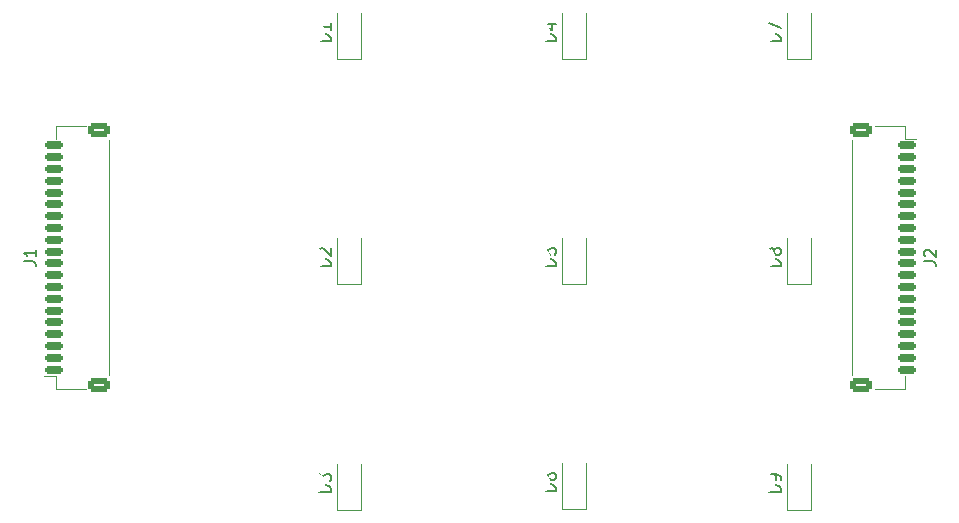
<source format=gto>
%TF.GenerationSoftware,KiCad,Pcbnew,(6.0.9)*%
%TF.CreationDate,2023-01-13T15:25:33-06:00*%
%TF.ProjectId,Programmable Keys,50726f67-7261-46d6-9d61-626c65204b65,rev?*%
%TF.SameCoordinates,Original*%
%TF.FileFunction,Legend,Top*%
%TF.FilePolarity,Positive*%
%FSLAX46Y46*%
G04 Gerber Fmt 4.6, Leading zero omitted, Abs format (unit mm)*
G04 Created by KiCad (PCBNEW (6.0.9)) date 2023-01-13 15:25:33*
%MOMM*%
%LPD*%
G01*
G04 APERTURE LIST*
G04 Aperture macros list*
%AMRoundRect*
0 Rectangle with rounded corners*
0 $1 Rounding radius*
0 $2 $3 $4 $5 $6 $7 $8 $9 X,Y pos of 4 corners*
0 Add a 4 corners polygon primitive as box body*
4,1,4,$2,$3,$4,$5,$6,$7,$8,$9,$2,$3,0*
0 Add four circle primitives for the rounded corners*
1,1,$1+$1,$2,$3*
1,1,$1+$1,$4,$5*
1,1,$1+$1,$6,$7*
1,1,$1+$1,$8,$9*
0 Add four rect primitives between the rounded corners*
20,1,$1+$1,$2,$3,$4,$5,0*
20,1,$1+$1,$4,$5,$6,$7,0*
20,1,$1+$1,$6,$7,$8,$9,0*
20,1,$1+$1,$8,$9,$2,$3,0*%
G04 Aperture macros list end*
%ADD10C,0.150000*%
%ADD11C,0.120000*%
%ADD12C,1.750000*%
%ADD13C,3.987800*%
%ADD14R,1.200000X0.900000*%
%ADD15RoundRect,0.150000X-0.625000X0.150000X-0.625000X-0.150000X0.625000X-0.150000X0.625000X0.150000X0*%
%ADD16RoundRect,0.250000X-0.650000X0.350000X-0.650000X-0.350000X0.650000X-0.350000X0.650000X0.350000X0*%
%ADD17RoundRect,0.150000X0.625000X-0.150000X0.625000X0.150000X-0.625000X0.150000X-0.625000X-0.150000X0*%
%ADD18RoundRect,0.250000X0.650000X-0.350000X0.650000X0.350000X-0.650000X0.350000X-0.650000X-0.350000X0*%
G04 APERTURE END LIST*
D10*
%TO.C,D3*%
X173871130Y-100813095D02*
X172871130Y-100813095D01*
X172871130Y-100575000D01*
X172918750Y-100432142D01*
X173013988Y-100336904D01*
X173109226Y-100289285D01*
X173299702Y-100241666D01*
X173442559Y-100241666D01*
X173633035Y-100289285D01*
X173728273Y-100336904D01*
X173823511Y-100432142D01*
X173871130Y-100575000D01*
X173871130Y-100813095D01*
X172871130Y-99908333D02*
X172871130Y-99289285D01*
X173252083Y-99622619D01*
X173252083Y-99479761D01*
X173299702Y-99384523D01*
X173347321Y-99336904D01*
X173442559Y-99289285D01*
X173680654Y-99289285D01*
X173775892Y-99336904D01*
X173823511Y-99384523D01*
X173871130Y-99479761D01*
X173871130Y-99765476D01*
X173823511Y-99860714D01*
X173775892Y-99908333D01*
%TO.C,D9*%
X211971130Y-100813095D02*
X210971130Y-100813095D01*
X210971130Y-100575000D01*
X211018750Y-100432142D01*
X211113988Y-100336904D01*
X211209226Y-100289285D01*
X211399702Y-100241666D01*
X211542559Y-100241666D01*
X211733035Y-100289285D01*
X211828273Y-100336904D01*
X211923511Y-100432142D01*
X211971130Y-100575000D01*
X211971130Y-100813095D01*
X211971130Y-99765476D02*
X211971130Y-99575000D01*
X211923511Y-99479761D01*
X211875892Y-99432142D01*
X211733035Y-99336904D01*
X211542559Y-99289285D01*
X211161607Y-99289285D01*
X211066369Y-99336904D01*
X211018750Y-99384523D01*
X210971130Y-99479761D01*
X210971130Y-99670238D01*
X211018750Y-99765476D01*
X211066369Y-99813095D01*
X211161607Y-99860714D01*
X211399702Y-99860714D01*
X211494940Y-99813095D01*
X211542559Y-99765476D01*
X211590178Y-99670238D01*
X211590178Y-99479761D01*
X211542559Y-99384523D01*
X211494940Y-99336904D01*
X211399702Y-99289285D01*
%TO.C,D1*%
X173871130Y-62650595D02*
X172871130Y-62650595D01*
X172871130Y-62412500D01*
X172918750Y-62269642D01*
X173013988Y-62174404D01*
X173109226Y-62126785D01*
X173299702Y-62079166D01*
X173442559Y-62079166D01*
X173633035Y-62126785D01*
X173728273Y-62174404D01*
X173823511Y-62269642D01*
X173871130Y-62412500D01*
X173871130Y-62650595D01*
X173871130Y-61126785D02*
X173871130Y-61698214D01*
X173871130Y-61412500D02*
X172871130Y-61412500D01*
X173013988Y-61507738D01*
X173109226Y-61602976D01*
X173156845Y-61698214D01*
%TO.C,D4*%
X192921130Y-62650595D02*
X191921130Y-62650595D01*
X191921130Y-62412500D01*
X191968750Y-62269642D01*
X192063988Y-62174404D01*
X192159226Y-62126785D01*
X192349702Y-62079166D01*
X192492559Y-62079166D01*
X192683035Y-62126785D01*
X192778273Y-62174404D01*
X192873511Y-62269642D01*
X192921130Y-62412500D01*
X192921130Y-62650595D01*
X192254464Y-61222023D02*
X192921130Y-61222023D01*
X191873511Y-61460119D02*
X192587797Y-61698214D01*
X192587797Y-61079166D01*
%TO.C,D5*%
X192921130Y-81700595D02*
X191921130Y-81700595D01*
X191921130Y-81462500D01*
X191968750Y-81319642D01*
X192063988Y-81224404D01*
X192159226Y-81176785D01*
X192349702Y-81129166D01*
X192492559Y-81129166D01*
X192683035Y-81176785D01*
X192778273Y-81224404D01*
X192873511Y-81319642D01*
X192921130Y-81462500D01*
X192921130Y-81700595D01*
X191921130Y-80224404D02*
X191921130Y-80700595D01*
X192397321Y-80748214D01*
X192349702Y-80700595D01*
X192302083Y-80605357D01*
X192302083Y-80367261D01*
X192349702Y-80272023D01*
X192397321Y-80224404D01*
X192492559Y-80176785D01*
X192730654Y-80176785D01*
X192825892Y-80224404D01*
X192873511Y-80272023D01*
X192921130Y-80367261D01*
X192921130Y-80605357D01*
X192873511Y-80700595D01*
X192825892Y-80748214D01*
%TO.C,J2*%
X224094880Y-81295833D02*
X224809166Y-81295833D01*
X224952023Y-81343452D01*
X225047261Y-81438690D01*
X225094880Y-81581547D01*
X225094880Y-81676785D01*
X224190119Y-80867261D02*
X224142500Y-80819642D01*
X224094880Y-80724404D01*
X224094880Y-80486309D01*
X224142500Y-80391071D01*
X224190119Y-80343452D01*
X224285357Y-80295833D01*
X224380595Y-80295833D01*
X224523452Y-80343452D01*
X225094880Y-80914880D01*
X225094880Y-80295833D01*
%TO.C,D6*%
X192921130Y-100750595D02*
X191921130Y-100750595D01*
X191921130Y-100512500D01*
X191968750Y-100369642D01*
X192063988Y-100274404D01*
X192159226Y-100226785D01*
X192349702Y-100179166D01*
X192492559Y-100179166D01*
X192683035Y-100226785D01*
X192778273Y-100274404D01*
X192873511Y-100369642D01*
X192921130Y-100512500D01*
X192921130Y-100750595D01*
X191921130Y-99322023D02*
X191921130Y-99512500D01*
X191968750Y-99607738D01*
X192016369Y-99655357D01*
X192159226Y-99750595D01*
X192349702Y-99798214D01*
X192730654Y-99798214D01*
X192825892Y-99750595D01*
X192873511Y-99702976D01*
X192921130Y-99607738D01*
X192921130Y-99417261D01*
X192873511Y-99322023D01*
X192825892Y-99274404D01*
X192730654Y-99226785D01*
X192492559Y-99226785D01*
X192397321Y-99274404D01*
X192349702Y-99322023D01*
X192302083Y-99417261D01*
X192302083Y-99607738D01*
X192349702Y-99702976D01*
X192397321Y-99750595D01*
X192492559Y-99798214D01*
%TO.C,J1*%
X147872380Y-81295833D02*
X148586666Y-81295833D01*
X148729523Y-81343452D01*
X148824761Y-81438690D01*
X148872380Y-81581547D01*
X148872380Y-81676785D01*
X148872380Y-80295833D02*
X148872380Y-80867261D01*
X148872380Y-80581547D02*
X147872380Y-80581547D01*
X148015238Y-80676785D01*
X148110476Y-80772023D01*
X148158095Y-80867261D01*
%TO.C,D8*%
X211971130Y-81700595D02*
X210971130Y-81700595D01*
X210971130Y-81462500D01*
X211018750Y-81319642D01*
X211113988Y-81224404D01*
X211209226Y-81176785D01*
X211399702Y-81129166D01*
X211542559Y-81129166D01*
X211733035Y-81176785D01*
X211828273Y-81224404D01*
X211923511Y-81319642D01*
X211971130Y-81462500D01*
X211971130Y-81700595D01*
X211399702Y-80557738D02*
X211352083Y-80652976D01*
X211304464Y-80700595D01*
X211209226Y-80748214D01*
X211161607Y-80748214D01*
X211066369Y-80700595D01*
X211018750Y-80652976D01*
X210971130Y-80557738D01*
X210971130Y-80367261D01*
X211018750Y-80272023D01*
X211066369Y-80224404D01*
X211161607Y-80176785D01*
X211209226Y-80176785D01*
X211304464Y-80224404D01*
X211352083Y-80272023D01*
X211399702Y-80367261D01*
X211399702Y-80557738D01*
X211447321Y-80652976D01*
X211494940Y-80700595D01*
X211590178Y-80748214D01*
X211780654Y-80748214D01*
X211875892Y-80700595D01*
X211923511Y-80652976D01*
X211971130Y-80557738D01*
X211971130Y-80367261D01*
X211923511Y-80272023D01*
X211875892Y-80224404D01*
X211780654Y-80176785D01*
X211590178Y-80176785D01*
X211494940Y-80224404D01*
X211447321Y-80272023D01*
X211399702Y-80367261D01*
%TO.C,D7*%
X211971130Y-62650595D02*
X210971130Y-62650595D01*
X210971130Y-62412500D01*
X211018750Y-62269642D01*
X211113988Y-62174404D01*
X211209226Y-62126785D01*
X211399702Y-62079166D01*
X211542559Y-62079166D01*
X211733035Y-62126785D01*
X211828273Y-62174404D01*
X211923511Y-62269642D01*
X211971130Y-62412500D01*
X211971130Y-62650595D01*
X210971130Y-61745833D02*
X210971130Y-61079166D01*
X211971130Y-61507738D01*
%TO.C,D2*%
X173871130Y-81700595D02*
X172871130Y-81700595D01*
X172871130Y-81462500D01*
X172918750Y-81319642D01*
X173013988Y-81224404D01*
X173109226Y-81176785D01*
X173299702Y-81129166D01*
X173442559Y-81129166D01*
X173633035Y-81176785D01*
X173728273Y-81224404D01*
X173823511Y-81319642D01*
X173871130Y-81462500D01*
X173871130Y-81700595D01*
X172966369Y-80748214D02*
X172918750Y-80700595D01*
X172871130Y-80605357D01*
X172871130Y-80367261D01*
X172918750Y-80272023D01*
X172966369Y-80224404D01*
X173061607Y-80176785D01*
X173156845Y-80176785D01*
X173299702Y-80224404D01*
X173871130Y-80795833D01*
X173871130Y-80176785D01*
D11*
%TO.C,D3*%
X174418750Y-102325000D02*
X176418750Y-102325000D01*
X174418750Y-102325000D02*
X174418750Y-98425000D01*
X176418750Y-102325000D02*
X176418750Y-98425000D01*
%TO.C,D9*%
X212518750Y-102325000D02*
X212518750Y-98425000D01*
X214518750Y-102325000D02*
X214518750Y-98425000D01*
X212518750Y-102325000D02*
X214518750Y-102325000D01*
%TO.C,D1*%
X176418750Y-64162500D02*
X176418750Y-60262500D01*
X174418750Y-64162500D02*
X176418750Y-64162500D01*
X174418750Y-64162500D02*
X174418750Y-60262500D01*
%TO.C,D4*%
X195468750Y-64162500D02*
X195468750Y-60262500D01*
X193468750Y-64162500D02*
X195468750Y-64162500D01*
X193468750Y-64162500D02*
X193468750Y-60262500D01*
%TO.C,D5*%
X193468750Y-83212500D02*
X195468750Y-83212500D01*
X195468750Y-83212500D02*
X195468750Y-79312500D01*
X193468750Y-83212500D02*
X193468750Y-79312500D01*
%TO.C,J2*%
X222447500Y-92072500D02*
X222447500Y-91022500D01*
X222447500Y-70902500D02*
X223437500Y-70902500D01*
X219947500Y-92072500D02*
X222447500Y-92072500D01*
X222447500Y-69852500D02*
X222447500Y-70902500D01*
X217977500Y-71022500D02*
X217977500Y-90902500D01*
X219947500Y-69852500D02*
X222447500Y-69852500D01*
%TO.C,D6*%
X195468750Y-102262500D02*
X195468750Y-98362500D01*
X193468750Y-102262500D02*
X193468750Y-98362500D01*
X193468750Y-102262500D02*
X195468750Y-102262500D01*
%TO.C,J1*%
X150615000Y-69852500D02*
X150615000Y-70902500D01*
X153115000Y-92072500D02*
X150615000Y-92072500D01*
X155085000Y-90902500D02*
X155085000Y-71022500D01*
X153115000Y-69852500D02*
X150615000Y-69852500D01*
X150615000Y-91022500D02*
X149625000Y-91022500D01*
X150615000Y-92072500D02*
X150615000Y-91022500D01*
%TO.C,D8*%
X212518750Y-83212500D02*
X214518750Y-83212500D01*
X214518750Y-83212500D02*
X214518750Y-79312500D01*
X212518750Y-83212500D02*
X212518750Y-79312500D01*
%TO.C,D7*%
X212518750Y-64162500D02*
X214518750Y-64162500D01*
X212518750Y-64162500D02*
X212518750Y-60262500D01*
X214518750Y-64162500D02*
X214518750Y-60262500D01*
%TO.C,D2*%
X176418750Y-83212500D02*
X176418750Y-79312500D01*
X174418750Y-83212500D02*
X174418750Y-79312500D01*
X174418750Y-83212500D02*
X176418750Y-83212500D01*
%TD*%
%LPC*%
D12*
%TO.C,MX8*%
X181451250Y-100012500D03*
D13*
X186531250Y-100012500D03*
D12*
X191611250Y-100012500D03*
%TD*%
D14*
%TO.C,D3*%
X175418750Y-101725000D03*
X175418750Y-98425000D03*
%TD*%
%TO.C,D9*%
X213518750Y-101725000D03*
X213518750Y-98425000D03*
%TD*%
%TO.C,D1*%
X175418750Y-63562500D03*
X175418750Y-60262500D03*
%TD*%
D13*
%TO.C,MX1*%
X167481250Y-61912500D03*
D12*
X162401250Y-61912500D03*
X172561250Y-61912500D03*
%TD*%
D14*
%TO.C,D4*%
X194468750Y-63562500D03*
X194468750Y-60262500D03*
%TD*%
%TO.C,D5*%
X194468750Y-82612500D03*
X194468750Y-79312500D03*
%TD*%
D15*
%TO.C,J2*%
X222662500Y-71462500D03*
X222662500Y-72462500D03*
X222662500Y-73462500D03*
X222662500Y-74462500D03*
X222662500Y-75462500D03*
X222662500Y-76462500D03*
X222662500Y-77462500D03*
X222662500Y-78462500D03*
X222662500Y-79462500D03*
X222662500Y-80462500D03*
X222662500Y-81462500D03*
X222662500Y-82462500D03*
X222662500Y-83462500D03*
X222662500Y-84462500D03*
X222662500Y-85462500D03*
X222662500Y-86462500D03*
X222662500Y-87462500D03*
X222662500Y-88462500D03*
X222662500Y-89462500D03*
X222662500Y-90462500D03*
D16*
X218787500Y-70162500D03*
X218787500Y-91762500D03*
%TD*%
D14*
%TO.C,D6*%
X194468750Y-101662500D03*
X194468750Y-98362500D03*
%TD*%
D13*
%TO.C,MX9*%
X205581250Y-100012500D03*
D12*
X200501250Y-100012500D03*
X210661250Y-100012500D03*
%TD*%
D13*
%TO.C,MX4*%
X167481250Y-80962500D03*
D12*
X162401250Y-80962500D03*
X172561250Y-80962500D03*
%TD*%
D17*
%TO.C,J1*%
X150400000Y-90462500D03*
X150400000Y-89462500D03*
X150400000Y-88462500D03*
X150400000Y-87462500D03*
X150400000Y-86462500D03*
X150400000Y-85462500D03*
X150400000Y-84462500D03*
X150400000Y-83462500D03*
X150400000Y-82462500D03*
X150400000Y-81462500D03*
X150400000Y-80462500D03*
X150400000Y-79462500D03*
X150400000Y-78462500D03*
X150400000Y-77462500D03*
X150400000Y-76462500D03*
X150400000Y-75462500D03*
X150400000Y-74462500D03*
X150400000Y-73462500D03*
X150400000Y-72462500D03*
X150400000Y-71462500D03*
D18*
X154275000Y-91762500D03*
X154275000Y-70162500D03*
%TD*%
D13*
%TO.C,MX3*%
X205581250Y-61912500D03*
D12*
X210661250Y-61912500D03*
X200501250Y-61912500D03*
%TD*%
D14*
%TO.C,D8*%
X213518750Y-82612500D03*
X213518750Y-79312500D03*
%TD*%
%TO.C,D7*%
X213518750Y-63562500D03*
X213518750Y-60262500D03*
%TD*%
D12*
%TO.C,MX7*%
X172561250Y-100012500D03*
D13*
X167481250Y-100012500D03*
D12*
X162401250Y-100012500D03*
%TD*%
%TO.C,MX2*%
X191611250Y-61912500D03*
D13*
X186531250Y-61912500D03*
D12*
X181451250Y-61912500D03*
%TD*%
D13*
%TO.C,MX6*%
X205581250Y-80962500D03*
D12*
X200501250Y-80962500D03*
X210661250Y-80962500D03*
%TD*%
%TO.C,MX5*%
X191611250Y-80962500D03*
X181451250Y-80962500D03*
D13*
X186531250Y-80962500D03*
%TD*%
D14*
%TO.C,D2*%
X175418750Y-82612500D03*
X175418750Y-79312500D03*
%TD*%
M02*

</source>
